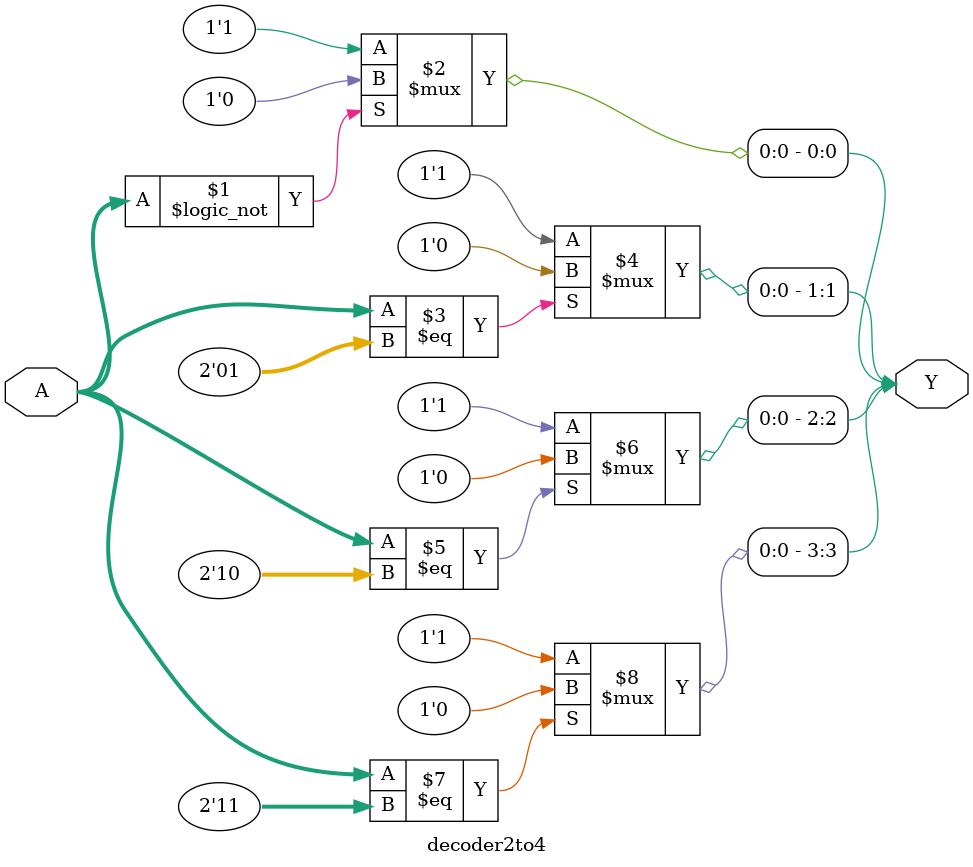
<source format=v>
module decoder2to4(input [1:0]A,output [3:0]Y);
assign Y[0]=(A==2'b00)?1'b0:1'b1;
assign Y[1]=(A==2'b01)?1'b0:1'b1;
assign Y[2]=(A==2'b10)?1'b0:1'b1;
assign Y[3]=(A==2'b11)?1'b0:1'b1;
endmodule


</source>
